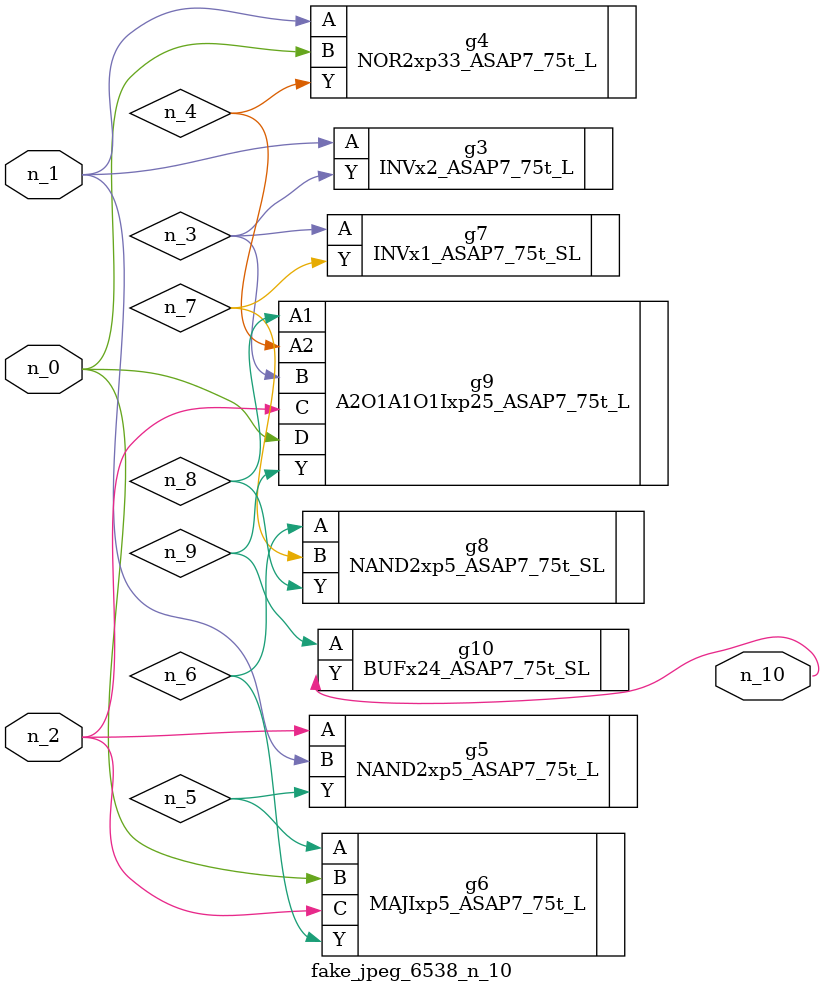
<source format=v>
module fake_jpeg_6538_n_10 (n_0, n_2, n_1, n_10);

input n_0;
input n_2;
input n_1;

output n_10;

wire n_3;
wire n_4;
wire n_8;
wire n_9;
wire n_6;
wire n_5;
wire n_7;

INVx2_ASAP7_75t_L g3 ( 
.A(n_1),
.Y(n_3)
);

NOR2xp33_ASAP7_75t_L g4 ( 
.A(n_1),
.B(n_0),
.Y(n_4)
);

NAND2xp5_ASAP7_75t_L g5 ( 
.A(n_2),
.B(n_1),
.Y(n_5)
);

MAJIxp5_ASAP7_75t_L g6 ( 
.A(n_5),
.B(n_0),
.C(n_2),
.Y(n_6)
);

NAND2xp5_ASAP7_75t_SL g8 ( 
.A(n_6),
.B(n_7),
.Y(n_8)
);

INVx1_ASAP7_75t_SL g7 ( 
.A(n_3),
.Y(n_7)
);

A2O1A1O1Ixp25_ASAP7_75t_L g9 ( 
.A1(n_8),
.A2(n_4),
.B(n_3),
.C(n_2),
.D(n_0),
.Y(n_9)
);

BUFx24_ASAP7_75t_SL g10 ( 
.A(n_9),
.Y(n_10)
);


endmodule
</source>
